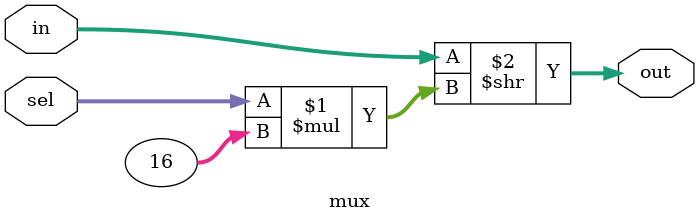
<source format=v>
/*
 Copyright (c) 2020, Xilinx
 All rights reserved.

 Redistribution and use in source and binary forms, with or without
 modification, are permitted provided that the following conditions are met:

 * Redistributions of source code must retain the above copyright notice, this
   list of conditions and the following disclaimer.

 * Redistributions in binary form must reproduce the above copyright notice,
   this list of conditions and the following disclaimer in the documentation
   and/or other materials provided with the distribution.

 * Neither the name of FINN nor the names of its
   contributors may be used to endorse or promote products derived from
   this software without specific prior written permission.

 THIS SOFTWARE IS PROVIDED BY THE COPYRIGHT HOLDERS AND CONTRIBUTORS "AS IS"
 AND ANY EXPRESS OR IMPLIED WARRANTIES, INCLUDING, BUT NOT LIMITED TO, THE
 IMPLIED WARRANTIES OF MERCHANTABILITY AND FITNESS FOR A PARTICULAR PURPOSE ARE
 DISCLAIMED. IN NO EVENT SHALL THE COPYRIGHT HOLDER OR CONTRIBUTORS BE LIABLE
 FOR ANY DIRECT, INDIRECT, INCIDENTAL, SPECIAL, EXEMPLARY, OR CONSEQUENTIAL
 DAMAGES (INCLUDING, BUT NOT LIMITED TO, PROCUREMENT OF SUBSTITUTE GOODS OR
 SERVICES; LOSS OF USE, DATA, OR PROFITS; OR BUSINESS INTERRUPTION) HOWEVER
 CAUSED AND ON ANY THEORY OF LIABILITY, WHETHER IN CONTRACT, STRICT LIABILITY,
 OR TORT (INCLUDING NEGLIGENCE OR OTHERWISE) ARISING IN ANY WAY OUT OF THE USE
 OF THIS SOFTWARE, EVEN IF ADVISED OF THE POSSIBILITY OF SUCH DAMAGE.
*/

module mux
#(
    parameter NINPUTS = 1,
	parameter WIDTH = 16
)
(
	input [NINPUTS*WIDTH-1:0] in,
	output [WIDTH-1:0] out,
	input [$clog2(NINPUTS)-1:0] sel
);

assign out = in >> (sel*WIDTH);

endmodule
</source>
